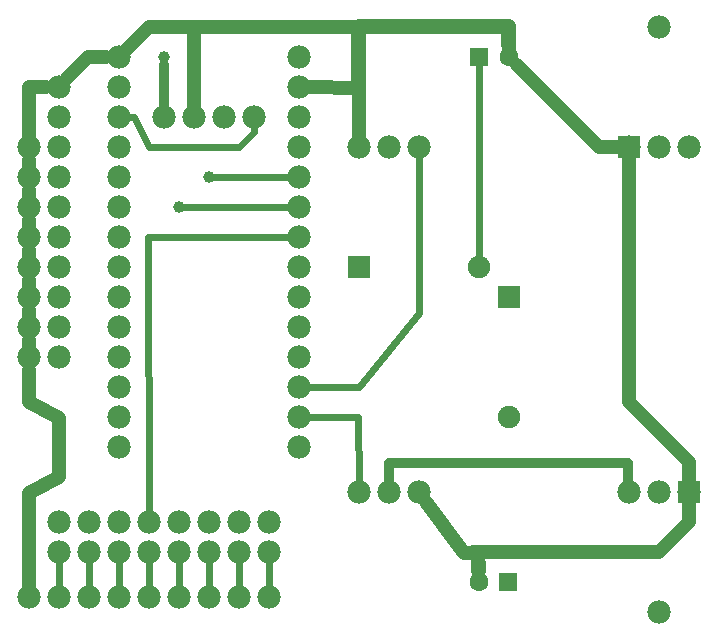
<source format=gbl>
G04 MADE WITH FRITZING*
G04 WWW.FRITZING.ORG*
G04 DOUBLE SIDED*
G04 HOLES PLATED*
G04 CONTOUR ON CENTER OF CONTOUR VECTOR*
%ASAXBY*%
%FSLAX23Y23*%
%MOIN*%
%OFA0B0*%
%SFA1.0B1.0*%
%ADD10C,0.078000*%
%ADD11C,0.062992*%
%ADD12C,0.075000*%
%ADD13C,0.039370*%
%ADD14R,0.078000X0.078000*%
%ADD15R,0.062992X0.062992*%
%ADD16R,0.075000X0.075000*%
%ADD17C,0.024000*%
%ADD18C,0.048000*%
%ADD19C,0.032000*%
%LNCOPPER0*%
G90*
G70*
G54D10*
X1013Y1927D03*
X1013Y1827D03*
X1013Y1727D03*
X1013Y1627D03*
X1013Y1527D03*
X1013Y1427D03*
X1013Y1327D03*
X1013Y1227D03*
X1013Y1127D03*
X1013Y1027D03*
X1013Y927D03*
X1013Y827D03*
X1013Y727D03*
X1013Y627D03*
X413Y1927D03*
X413Y1827D03*
X413Y1727D03*
X413Y1627D03*
X413Y1527D03*
X413Y1427D03*
X413Y1327D03*
X413Y1227D03*
X413Y1127D03*
X413Y1027D03*
X413Y927D03*
X413Y827D03*
X413Y727D03*
X413Y627D03*
X113Y1627D03*
X113Y1527D03*
X113Y1427D03*
X113Y1327D03*
X113Y1227D03*
X113Y1127D03*
X113Y1027D03*
X113Y927D03*
X113Y1627D03*
X113Y1527D03*
X113Y1427D03*
X113Y1327D03*
X113Y1227D03*
X113Y1127D03*
X113Y1027D03*
X113Y927D03*
X213Y927D03*
X213Y1027D03*
X213Y1127D03*
X213Y1227D03*
X213Y1327D03*
X213Y1427D03*
X213Y1527D03*
X213Y1627D03*
X213Y277D03*
X313Y277D03*
X413Y277D03*
X513Y277D03*
X613Y277D03*
X713Y277D03*
X813Y277D03*
X913Y277D03*
X213Y277D03*
X313Y277D03*
X413Y277D03*
X513Y277D03*
X613Y277D03*
X713Y277D03*
X813Y277D03*
X913Y277D03*
X913Y377D03*
X813Y377D03*
X713Y377D03*
X613Y377D03*
X513Y377D03*
X413Y377D03*
X313Y377D03*
X213Y377D03*
X113Y127D03*
X213Y127D03*
X313Y127D03*
X413Y127D03*
X513Y127D03*
X613Y127D03*
X713Y127D03*
X813Y127D03*
X913Y127D03*
X2313Y478D03*
X2213Y478D03*
X2113Y478D03*
X2113Y1628D03*
X2213Y1628D03*
X2313Y1628D03*
G54D11*
X1711Y178D03*
X1613Y178D03*
X1614Y1929D03*
X1713Y1929D03*
G54D12*
X1713Y1129D03*
X1713Y729D03*
X1213Y1228D03*
X1613Y1228D03*
G54D13*
X713Y1527D03*
X613Y1427D03*
G54D10*
X2213Y78D03*
X2213Y2028D03*
X563Y1727D03*
X663Y1727D03*
X763Y1727D03*
X863Y1727D03*
G54D13*
X563Y1927D03*
G54D10*
X213Y1727D03*
X213Y1827D03*
X1413Y478D03*
X1313Y478D03*
X1213Y478D03*
X1213Y1628D03*
X1313Y1628D03*
X1413Y1628D03*
G54D14*
X2313Y478D03*
X2113Y1628D03*
G54D15*
X1711Y178D03*
X1614Y1929D03*
G54D16*
X1713Y1129D03*
X1213Y1228D03*
G54D17*
X732Y1527D02*
X983Y1527D01*
D02*
X632Y1427D02*
X983Y1427D01*
G54D18*
D02*
X113Y1586D02*
X113Y1569D01*
D02*
X113Y1486D02*
X113Y1469D01*
D02*
X113Y1386D02*
X113Y1369D01*
D02*
X113Y1286D02*
X113Y1269D01*
D02*
X113Y1186D02*
X113Y1169D01*
D02*
X113Y1086D02*
X113Y1069D01*
D02*
X113Y986D02*
X113Y969D01*
D02*
X213Y528D02*
X114Y476D01*
D02*
X114Y476D02*
X113Y169D01*
D02*
X114Y779D02*
X213Y726D01*
D02*
X213Y726D02*
X213Y528D01*
D02*
X114Y886D02*
X114Y779D01*
G54D17*
D02*
X213Y157D02*
X213Y247D01*
D02*
X313Y157D02*
X313Y247D01*
D02*
X413Y157D02*
X413Y247D01*
D02*
X513Y157D02*
X513Y247D01*
D02*
X613Y157D02*
X613Y247D01*
D02*
X713Y157D02*
X713Y247D01*
D02*
X813Y157D02*
X813Y247D01*
G54D18*
D02*
X665Y2027D02*
X513Y2027D01*
D02*
X513Y2027D02*
X442Y1956D01*
D02*
X663Y1768D02*
X665Y2027D01*
G54D19*
D02*
X563Y1763D02*
X563Y1902D01*
G54D18*
D02*
X1864Y277D02*
X1612Y278D01*
D02*
X2213Y278D02*
X1864Y277D01*
D02*
X1612Y278D02*
X1613Y216D01*
D02*
X2313Y378D02*
X2213Y278D01*
D02*
X2313Y437D02*
X2313Y378D01*
G54D17*
D02*
X913Y247D02*
X913Y157D01*
D02*
X512Y1328D02*
X513Y407D01*
D02*
X912Y1328D02*
X512Y1328D01*
D02*
X983Y1327D02*
X912Y1328D01*
D02*
X863Y1677D02*
X863Y1697D01*
D02*
X813Y1627D02*
X863Y1677D01*
D02*
X513Y1627D02*
X813Y1627D01*
D02*
X463Y1727D02*
X513Y1627D01*
D02*
X443Y1727D02*
X463Y1727D01*
G54D18*
D02*
X2013Y1629D02*
X2072Y1628D01*
D02*
X1739Y1902D02*
X2013Y1629D01*
D02*
X2113Y779D02*
X2313Y578D01*
D02*
X2313Y578D02*
X2313Y519D01*
D02*
X2113Y1587D02*
X2113Y779D01*
D02*
X114Y1827D02*
X114Y1669D01*
D02*
X172Y1827D02*
X114Y1827D01*
D02*
X312Y1928D02*
X372Y1928D01*
D02*
X242Y1857D02*
X312Y1928D01*
G54D17*
D02*
X1613Y1257D02*
X1614Y1902D01*
G54D18*
D02*
X1563Y276D02*
X1438Y445D01*
D02*
X1612Y216D02*
X1611Y278D01*
D02*
X1611Y278D02*
X1563Y276D01*
G54D19*
D02*
X1313Y576D02*
X1313Y514D01*
D02*
X2112Y514D02*
X2111Y576D01*
D02*
X2111Y576D02*
X1313Y576D01*
G54D17*
D02*
X1212Y729D02*
X1043Y727D01*
D02*
X1213Y508D02*
X1212Y729D01*
G54D18*
D02*
X1712Y2028D02*
X1712Y1967D01*
D02*
X1213Y1669D02*
X1215Y2028D01*
D02*
X1215Y2028D02*
X1712Y2028D01*
D02*
X663Y1768D02*
X665Y2028D01*
D02*
X665Y2028D02*
X1212Y2028D01*
D02*
X1212Y2028D02*
X1213Y1669D01*
G54D17*
D02*
X1414Y1076D02*
X1213Y828D01*
D02*
X1213Y828D02*
X1043Y827D01*
D02*
X1413Y1598D02*
X1414Y1076D01*
G54D18*
D02*
X1213Y1826D02*
X1043Y1827D01*
D02*
X1213Y2030D02*
X1213Y1826D01*
D02*
X1713Y2030D02*
X1213Y2030D01*
D02*
X1713Y1956D02*
X1713Y2030D01*
G04 End of Copper0*
M02*
</source>
